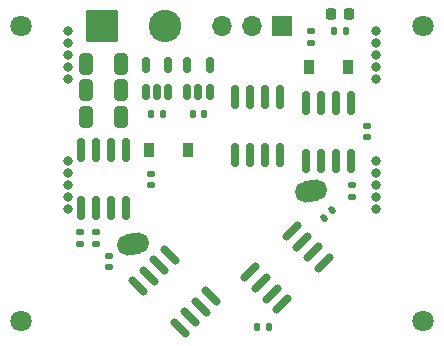
<source format=gbr>
%TF.GenerationSoftware,KiCad,Pcbnew,5.99.0-unknown-e61b1f03b8~131~ubuntu20.04.1*%
%TF.CreationDate,2021-08-02T15:41:02+00:00*%
%TF.ProjectId,beetleback_cg,62656574-6c65-4626-9163-6b5f63672e6b,2*%
%TF.SameCoordinates,PX5573000PY89ce520*%
%TF.FileFunction,Soldermask,Top*%
%TF.FilePolarity,Negative*%
%FSLAX46Y46*%
G04 Gerber Fmt 4.6, Leading zero omitted, Abs format (unit mm)*
G04 Created by KiCad (PCBNEW 5.99.0-unknown-e61b1f03b8~131~ubuntu20.04.1) date 2021-08-02 15:41:02*
%MOMM*%
%LPD*%
G01*
G04 APERTURE LIST*
G04 Aperture macros list*
%AMRoundRect*
0 Rectangle with rounded corners*
0 $1 Rounding radius*
0 $2 $3 $4 $5 $6 $7 $8 $9 X,Y pos of 4 corners*
0 Add a 4 corners polygon primitive as box body*
4,1,4,$2,$3,$4,$5,$6,$7,$8,$9,$2,$3,0*
0 Add four circle primitives for the rounded corners*
1,1,$1+$1,$2,$3*
1,1,$1+$1,$4,$5*
1,1,$1+$1,$6,$7*
1,1,$1+$1,$8,$9*
0 Add four rect primitives between the rounded corners*
20,1,$1+$1,$2,$3,$4,$5,0*
20,1,$1+$1,$4,$5,$6,$7,0*
20,1,$1+$1,$6,$7,$8,$9,0*
20,1,$1+$1,$8,$9,$2,$3,0*%
%AMHorizOval*
0 Thick line with rounded ends*
0 $1 width*
0 $2 $3 position (X,Y) of the first rounded end (center of the circle)*
0 $4 $5 position (X,Y) of the second rounded end (center of the circle)*
0 Add line between two ends*
20,1,$1,$2,$3,$4,$5,0*
0 Add two circle primitives to create the rounded ends*
1,1,$1,$2,$3*
1,1,$1,$4,$5*%
G04 Aperture macros list end*
%ADD10RoundRect,0.140000X0.140000X0.170000X-0.140000X0.170000X-0.140000X-0.170000X0.140000X-0.170000X0*%
%ADD11RoundRect,0.140000X-0.170000X0.140000X-0.170000X-0.140000X0.170000X-0.140000X0.170000X0.140000X0*%
%ADD12HorizOval,1.800000X-0.441732X-0.085864X0.441732X0.085864X0*%
%ADD13R,0.900000X1.200000*%
%ADD14RoundRect,0.135000X-0.185000X0.135000X-0.185000X-0.135000X0.185000X-0.135000X0.185000X0.135000X0*%
%ADD15RoundRect,0.250000X-0.325000X-0.650000X0.325000X-0.650000X0.325000X0.650000X-0.325000X0.650000X0*%
%ADD16C,0.800000*%
%ADD17RoundRect,0.150000X0.689429X-0.477297X-0.477297X0.689429X-0.689429X0.477297X0.477297X-0.689429X0*%
%ADD18RoundRect,0.150000X0.150000X-0.825000X0.150000X0.825000X-0.150000X0.825000X-0.150000X-0.825000X0*%
%ADD19C,1.800000*%
%ADD20RoundRect,0.218750X-0.218750X-0.256250X0.218750X-0.256250X0.218750X0.256250X-0.218750X0.256250X0*%
%ADD21RoundRect,0.150000X-0.477297X-0.689429X0.689429X0.477297X0.477297X0.689429X-0.689429X-0.477297X0*%
%ADD22RoundRect,0.135000X-0.135000X-0.185000X0.135000X-0.185000X0.135000X0.185000X-0.135000X0.185000X0*%
%ADD23RoundRect,0.250000X-1.125000X-1.125000X1.125000X-1.125000X1.125000X1.125000X-1.125000X1.125000X0*%
%ADD24C,2.750000*%
%ADD25RoundRect,0.140000X0.021213X-0.219203X0.219203X-0.021213X-0.021213X0.219203X-0.219203X0.021213X0*%
%ADD26RoundRect,0.150000X0.150000X-0.512500X0.150000X0.512500X-0.150000X0.512500X-0.150000X-0.512500X0*%
%ADD27RoundRect,0.135000X0.185000X-0.135000X0.185000X0.135000X-0.185000X0.135000X-0.185000X-0.135000X0*%
%ADD28R,1.700000X1.700000*%
%ADD29O,1.700000X1.700000*%
%ADD30RoundRect,0.150000X-0.150000X0.825000X-0.150000X-0.825000X0.150000X-0.825000X0.150000X0.825000X0*%
%ADD31RoundRect,0.140000X0.170000X-0.140000X0.170000X0.140000X-0.170000X0.140000X-0.170000X-0.140000X0*%
G04 APERTURE END LIST*
D10*
%TO.C,C1*%
X-5020000Y19500000D03*
X-5980000Y19500000D03*
%TD*%
D11*
%TO.C,C2*%
X12300000Y18480000D03*
X12300000Y17520000D03*
%TD*%
D12*
%TO.C,J4*%
X7500000Y13000000D03*
%TD*%
D13*
%TO.C,D1*%
X10650000Y23500000D03*
X7350000Y23500000D03*
%TD*%
D14*
%TO.C,R1*%
X7500000Y26510000D03*
X7500000Y25490000D03*
%TD*%
D15*
%TO.C,C5*%
X-11475000Y19250000D03*
X-8525000Y19250000D03*
%TD*%
D14*
%TO.C,R5*%
X11000000Y13510000D03*
X11000000Y12490000D03*
%TD*%
D16*
%TO.C,REF\u002A\u002A*%
X13000000Y22500000D03*
X13000000Y24500000D03*
X13000000Y23500000D03*
X13000000Y25500000D03*
X13000000Y26500000D03*
%TD*%
D17*
%TO.C,Q2*%
X-3596949Y1402872D03*
X-2698924Y2300898D03*
X-1800898Y3198924D03*
X-902872Y4096949D03*
X-4403051Y7597128D03*
X-5301076Y6699102D03*
X-6199102Y5801076D03*
X-7097128Y4903051D03*
%TD*%
D18*
%TO.C,U1*%
X1095000Y16025000D03*
X2365000Y16025000D03*
X3635000Y16025000D03*
X4905000Y16025000D03*
X4905000Y20975000D03*
X3635000Y20975000D03*
X2365000Y20975000D03*
X1095000Y20975000D03*
%TD*%
D19*
%TO.C,REF\u002A\u002A*%
X-17000000Y27000000D03*
%TD*%
%TO.C,REF\u002A\u002A*%
X-17000000Y2000000D03*
%TD*%
D16*
%TO.C,REF\u002A\u002A*%
X-13005000Y13500000D03*
X-13005000Y11500000D03*
X-13005000Y14500000D03*
X-13005000Y15500000D03*
X-13005000Y12500000D03*
%TD*%
D10*
%TO.C,C4*%
X-1520000Y19500000D03*
X-2480000Y19500000D03*
%TD*%
D20*
%TO.C,D2*%
X9212500Y28000000D03*
X10787500Y28000000D03*
%TD*%
D16*
%TO.C,REF\u002A\u002A*%
X-13005000Y23500000D03*
X-13005000Y22500000D03*
X-13005000Y25500000D03*
X-13005000Y26500000D03*
X-13005000Y24500000D03*
%TD*%
D21*
%TO.C,Q1*%
X2402872Y6096949D03*
X3300898Y5198924D03*
X4198924Y4300898D03*
X5096949Y3402872D03*
X8597128Y6903051D03*
X7699102Y7801076D03*
X6801076Y8699102D03*
X5903051Y9597128D03*
%TD*%
D15*
%TO.C,C6*%
X-11475000Y21500000D03*
X-8525000Y21500000D03*
%TD*%
D22*
%TO.C,R6*%
X2990000Y1500000D03*
X4010000Y1500000D03*
%TD*%
D23*
%TO.C,J2*%
X-10200000Y27000000D03*
D24*
X-4800000Y27000000D03*
%TD*%
D22*
%TO.C,R4*%
X9490000Y26500000D03*
X10510000Y26500000D03*
%TD*%
D25*
%TO.C,C9*%
X8660589Y10660589D03*
X9339411Y11339411D03*
%TD*%
D11*
%TO.C,C3*%
X-6000000Y14460000D03*
X-6000000Y13500000D03*
%TD*%
D26*
%TO.C,U3*%
X-2950000Y21362500D03*
X-2000000Y21362500D03*
X-1050000Y21362500D03*
X-1050000Y23637500D03*
X-2950000Y23637500D03*
%TD*%
D27*
%TO.C,R3*%
X-12000000Y8490000D03*
X-12000000Y9510000D03*
%TD*%
D28*
%TO.C,J1*%
X5040000Y27000000D03*
D29*
X2500000Y27000000D03*
X-40000Y27000000D03*
%TD*%
D19*
%TO.C,REF\u002A\u002A*%
X17000000Y27000000D03*
%TD*%
D30*
%TO.C,U2*%
X10905000Y20475000D03*
X9635000Y20475000D03*
X8365000Y20475000D03*
X7095000Y20475000D03*
X7095000Y15525000D03*
X8365000Y15525000D03*
X9635000Y15525000D03*
X10905000Y15525000D03*
%TD*%
D13*
%TO.C,D3*%
X-6150000Y16500000D03*
X-2850000Y16500000D03*
%TD*%
D27*
%TO.C,R2*%
X-10700000Y8490000D03*
X-10700000Y9510000D03*
%TD*%
D31*
%TO.C,C8*%
X-9600000Y6520000D03*
X-9600000Y7480000D03*
%TD*%
D30*
%TO.C,U4*%
X-8095000Y16475000D03*
X-9365000Y16475000D03*
X-10635000Y16475000D03*
X-11905000Y16475000D03*
X-11905000Y11525000D03*
X-10635000Y11525000D03*
X-9365000Y11525000D03*
X-8095000Y11525000D03*
%TD*%
D16*
%TO.C,REF\u002A\u002A*%
X13000000Y12500000D03*
X13000000Y11500000D03*
X13000000Y14500000D03*
X13000000Y15500000D03*
X13000000Y13500000D03*
%TD*%
D15*
%TO.C,C7*%
X-11475000Y23750000D03*
X-8525000Y23750000D03*
%TD*%
D19*
%TO.C,REF\u002A\u002A*%
X17000000Y2000000D03*
%TD*%
D12*
%TO.C,J3*%
X-7500000Y8500000D03*
%TD*%
D26*
%TO.C,U5*%
X-6450000Y21362500D03*
X-5500000Y21362500D03*
X-4550000Y21362500D03*
X-4550000Y23637500D03*
X-6450000Y23637500D03*
%TD*%
M02*

</source>
